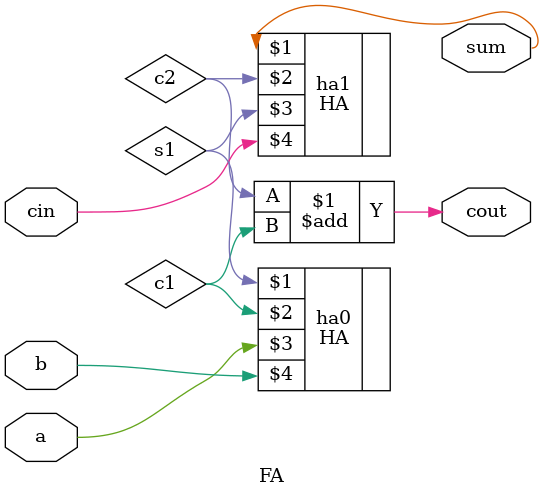
<source format=v>
module FA(
	output sum,cout,
	input a,b,cin);
wire s1,c1,c2;
HA ha0(s1,c1,a,b);
HA ha1(sum,c2,s1,cin);
assign cout = c2 + c1;
endmodule

</source>
